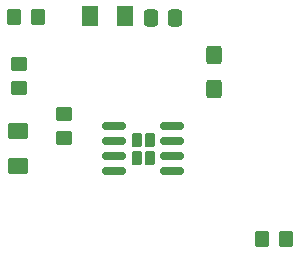
<source format=gbr>
%TF.GenerationSoftware,KiCad,Pcbnew,7.0.1-0*%
%TF.CreationDate,2023-04-21T23:39:25-07:00*%
%TF.ProjectId,Lab 2,4c616220-322e-46b6-9963-61645f706362,rev?*%
%TF.SameCoordinates,Original*%
%TF.FileFunction,Paste,Top*%
%TF.FilePolarity,Positive*%
%FSLAX46Y46*%
G04 Gerber Fmt 4.6, Leading zero omitted, Abs format (unit mm)*
G04 Created by KiCad (PCBNEW 7.0.1-0) date 2023-04-21 23:39:25*
%MOMM*%
%LPD*%
G01*
G04 APERTURE LIST*
G04 Aperture macros list*
%AMRoundRect*
0 Rectangle with rounded corners*
0 $1 Rounding radius*
0 $2 $3 $4 $5 $6 $7 $8 $9 X,Y pos of 4 corners*
0 Add a 4 corners polygon primitive as box body*
4,1,4,$2,$3,$4,$5,$6,$7,$8,$9,$2,$3,0*
0 Add four circle primitives for the rounded corners*
1,1,$1+$1,$2,$3*
1,1,$1+$1,$4,$5*
1,1,$1+$1,$6,$7*
1,1,$1+$1,$8,$9*
0 Add four rect primitives between the rounded corners*
20,1,$1+$1,$2,$3,$4,$5,0*
20,1,$1+$1,$4,$5,$6,$7,0*
20,1,$1+$1,$6,$7,$8,$9,0*
20,1,$1+$1,$8,$9,$2,$3,0*%
G04 Aperture macros list end*
%ADD10RoundRect,0.250000X0.337500X0.475000X-0.337500X0.475000X-0.337500X-0.475000X0.337500X-0.475000X0*%
%ADD11RoundRect,0.250000X0.350000X0.450000X-0.350000X0.450000X-0.350000X-0.450000X0.350000X-0.450000X0*%
%ADD12RoundRect,0.250000X0.450000X-0.350000X0.450000X0.350000X-0.450000X0.350000X-0.450000X-0.350000X0*%
%ADD13RoundRect,0.250001X0.462499X0.624999X-0.462499X0.624999X-0.462499X-0.624999X0.462499X-0.624999X0*%
%ADD14RoundRect,0.250001X-0.624999X0.462499X-0.624999X-0.462499X0.624999X-0.462499X0.624999X0.462499X0*%
%ADD15RoundRect,0.250000X-0.350000X-0.450000X0.350000X-0.450000X0.350000X0.450000X-0.350000X0.450000X0*%
%ADD16RoundRect,0.250000X0.425000X-0.537500X0.425000X0.537500X-0.425000X0.537500X-0.425000X-0.537500X0*%
%ADD17RoundRect,0.230000X0.230000X0.375000X-0.230000X0.375000X-0.230000X-0.375000X0.230000X-0.375000X0*%
%ADD18RoundRect,0.150000X0.825000X0.150000X-0.825000X0.150000X-0.825000X-0.150000X0.825000X-0.150000X0*%
G04 APERTURE END LIST*
D10*
%TO.C,C2*%
X141491240Y-85460000D03*
X139416240Y-85460000D03*
%TD*%
D11*
%TO.C,R1*%
X150860000Y-104140000D03*
X148860000Y-104140000D03*
%TD*%
D12*
%TO.C,R2*%
X132071192Y-95581192D03*
X132071192Y-93581192D03*
%TD*%
D13*
%TO.C,D2*%
X137212500Y-85280000D03*
X134237500Y-85280000D03*
%TD*%
D14*
%TO.C,D1*%
X128155000Y-95032500D03*
X128155000Y-98007500D03*
%TD*%
D12*
%TO.C,R3*%
X128250000Y-91354128D03*
X128250000Y-89354128D03*
%TD*%
D15*
%TO.C,R4*%
X127858808Y-85365000D03*
X129858808Y-85365000D03*
%TD*%
D16*
%TO.C,C1*%
X144780000Y-91440000D03*
X144780000Y-88565000D03*
%TD*%
D17*
%TO.C,U1*%
X139352500Y-97270000D03*
X139352500Y-95770000D03*
X138212500Y-97270000D03*
X138212500Y-95770000D03*
D18*
X141257500Y-98425000D03*
X141257500Y-97155000D03*
X141257500Y-95885000D03*
X141257500Y-94615000D03*
X136307500Y-94615000D03*
X136307500Y-95885000D03*
X136307500Y-97155000D03*
X136307500Y-98425000D03*
%TD*%
M02*

</source>
